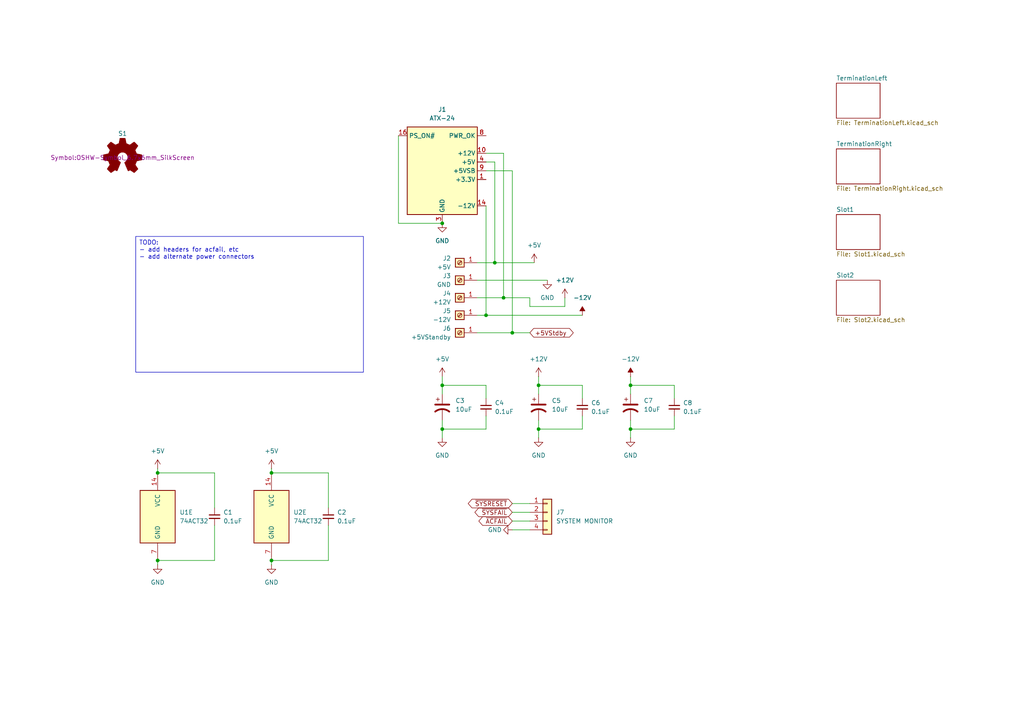
<source format=kicad_sch>
(kicad_sch (version 20231120) (generator "eeschema") (generator_version "8.0")
  (paper "A4")
  (title_block (title "6-Slot Backplane") (rev "1"))
  (lib_symbols
    (symbol "74xx:74LS32" (pin_names (offset 1.016))
      (property "Reference" "U" (at 0 1.27 0))
      (property "Value" "74LS32" (at 0 -1.27 0))
      (symbol "74LS32_1_1"
        (arc (start -3.81 -3.81) (mid -2.589 0) (end -3.81 3.81) (stroke (width 0.254)))
        (arc (start -0.6096 -3.81) (mid 2.1842 -2.5851) (end 3.81 0) (stroke (width 0.254)) (fill (type background)))
        (polyline (pts (xy -3.81 -3.81) (xy -0.635 -3.81)) (stroke (width 0.254)) (fill (type background)))
        (polyline (pts (xy -3.81 3.81) (xy -0.635 3.81)) (stroke (width 0.254)) (fill (type background)))
        (polyline (pts (xy -0.635 3.81) (xy -3.81 3.81) (xy -3.81 3.81) (xy -3.556 3.4036) (xy -3.0226 2.2606) (xy -2.6924 1.0414) (xy -2.6162 -0.254) (xy -2.7686 -1.4986) (xy -3.175 -2.7178) (xy -3.81 -3.81) (xy -3.81 -3.81) (xy -0.635 -3.81)) (stroke (width -25.4)) (fill (type background)))
        (arc (start 3.81 0) (mid 2.1915 2.5936) (end -0.6096 3.81) (stroke (width 0.254)) (fill (type background)))
        (pin input line (at -7.62 2.54 0) (length 4.318) (name "~") (number "1"))
        (pin input line (at -7.62 -2.54 0) (length 4.318) (name "~") (number "2"))
        (pin output line (at 7.62 0 180) (length 3.81) (name "~") (number "3"))
      )
      (symbol "74LS32_1_2"
        (arc (start 0 -3.81) (mid 3.7934 0) (end 0 3.81) (stroke (width 0.254)) (fill (type background)))
        (polyline (pts (xy 0 3.81) (xy -3.81 3.81) (xy -3.81 -3.81) (xy 0 -3.81)) (stroke (width 0.254)) (fill (type background)))
        (pin input inverted (at -7.62 2.54 0) (length 3.81) (name "~") (number "1"))
        (pin input inverted (at -7.62 -2.54 0) (length 3.81) (name "~") (number "2"))
        (pin output inverted (at 7.62 0 180) (length 3.81) (name "~") (number "3"))
      )
      (symbol "74LS32_2_1"
        (arc (start -3.81 -3.81) (mid -2.589 0) (end -3.81 3.81) (stroke (width 0.254)))
        (arc (start -0.6096 -3.81) (mid 2.1842 -2.5851) (end 3.81 0) (stroke (width 0.254)) (fill (type background)))
        (polyline (pts (xy -3.81 -3.81) (xy -0.635 -3.81)) (stroke (width 0.254)) (fill (type background)))
        (polyline (pts (xy -3.81 3.81) (xy -0.635 3.81)) (stroke (width 0.254)) (fill (type background)))
        (polyline (pts (xy -0.635 3.81) (xy -3.81 3.81) (xy -3.81 3.81) (xy -3.556 3.4036) (xy -3.0226 2.2606) (xy -2.6924 1.0414) (xy -2.6162 -0.254) (xy -2.7686 -1.4986) (xy -3.175 -2.7178) (xy -3.81 -3.81) (xy -3.81 -3.81) (xy -0.635 -3.81)) (stroke (width -25.4)) (fill (type background)))
        (arc (start 3.81 0) (mid 2.1915 2.5936) (end -0.6096 3.81) (stroke (width 0.254)) (fill (type background)))
        (pin input line (at -7.62 2.54 0) (length 4.318) (name "~") (number "4"))
        (pin input line (at -7.62 -2.54 0) (length 4.318) (name "~") (number "5"))
        (pin output line (at 7.62 0 180) (length 3.81) (name "~") (number "6"))
      )
      (symbol "74LS32_2_2"
        (arc (start 0 -3.81) (mid 3.7934 0) (end 0 3.81) (stroke (width 0.254)) (fill (type background)))
        (polyline (pts (xy 0 3.81) (xy -3.81 3.81) (xy -3.81 -3.81) (xy 0 -3.81)) (stroke (width 0.254)) (fill (type background)))
        (pin input inverted (at -7.62 2.54 0) (length 3.81) (name "~") (number "4"))
        (pin input inverted (at -7.62 -2.54 0) (length 3.81) (name "~") (number "5"))
        (pin output inverted (at 7.62 0 180) (length 3.81) (name "~") (number "6"))
      )
      (symbol "74LS32_3_1"
        (arc (start -3.81 -3.81) (mid -2.589 0) (end -3.81 3.81) (stroke (width 0.254)))
        (arc (start -0.6096 -3.81) (mid 2.1842 -2.5851) (end 3.81 0) (stroke (width 0.254)) (fill (type background)))
        (polyline (pts (xy -3.81 -3.81) (xy -0.635 -3.81)) (stroke (width 0.254)) (fill (type background)))
        (polyline (pts (xy -3.81 3.81) (xy -0.635 3.81)) (stroke (width 0.254)) (fill (type background)))
        (polyline (pts (xy -0.635 3.81) (xy -3.81 3.81) (xy -3.81 3.81) (xy -3.556 3.4036) (xy -3.0226 2.2606) (xy -2.6924 1.0414) (xy -2.6162 -0.254) (xy -2.7686 -1.4986) (xy -3.175 -2.7178) (xy -3.81 -3.81) (xy -3.81 -3.81) (xy -0.635 -3.81)) (stroke (width -25.4)) (fill (type background)))
        (arc (start 3.81 0) (mid 2.1915 2.5936) (end -0.6096 3.81) (stroke (width 0.254)) (fill (type background)))
        (pin input line (at -7.62 -2.54 0) (length 4.318) (name "~") (number "10"))
        (pin output line (at 7.62 0 180) (length 3.81) (name "~") (number "8"))
        (pin input line (at -7.62 2.54 0) (length 4.318) (name "~") (number "9"))
      )
      (symbol "74LS32_3_2"
        (arc (start 0 -3.81) (mid 3.7934 0) (end 0 3.81) (stroke (width 0.254)) (fill (type background)))
        (polyline (pts (xy 0 3.81) (xy -3.81 3.81) (xy -3.81 -3.81) (xy 0 -3.81)) (stroke (width 0.254)) (fill (type background)))
        (pin input inverted (at -7.62 -2.54 0) (length 3.81) (name "~") (number "10"))
        (pin output inverted (at 7.62 0 180) (length 3.81) (name "~") (number "8"))
        (pin input inverted (at -7.62 2.54 0) (length 3.81) (name "~") (number "9"))
      )
      (symbol "74LS32_4_1"
        (arc (start -3.81 -3.81) (mid -2.589 0) (end -3.81 3.81) (stroke (width 0.254)))
        (arc (start -0.6096 -3.81) (mid 2.1842 -2.5851) (end 3.81 0) (stroke (width 0.254)) (fill (type background)))
        (polyline (pts (xy -3.81 -3.81) (xy -0.635 -3.81)) (stroke (width 0.254)) (fill (type background)))
        (polyline (pts (xy -3.81 3.81) (xy -0.635 3.81)) (stroke (width 0.254)) (fill (type background)))
        (polyline (pts (xy -0.635 3.81) (xy -3.81 3.81) (xy -3.81 3.81) (xy -3.556 3.4036) (xy -3.0226 2.2606) (xy -2.6924 1.0414) (xy -2.6162 -0.254) (xy -2.7686 -1.4986) (xy -3.175 -2.7178) (xy -3.81 -3.81) (xy -3.81 -3.81) (xy -0.635 -3.81)) (stroke (width -25.4)) (fill (type background)))
        (arc (start 3.81 0) (mid 2.1915 2.5936) (end -0.6096 3.81) (stroke (width 0.254)) (fill (type background)))
        (pin output line (at 7.62 0 180) (length 3.81) (name "~") (number "11"))
        (pin input line (at -7.62 2.54 0) (length 4.318) (name "~") (number "12"))
        (pin input line (at -7.62 -2.54 0) (length 4.318) (name "~") (number "13"))
      )
      (symbol "74LS32_4_2"
        (arc (start 0 -3.81) (mid 3.7934 0) (end 0 3.81) (stroke (width 0.254)) (fill (type background)))
        (polyline (pts (xy 0 3.81) (xy -3.81 3.81) (xy -3.81 -3.81) (xy 0 -3.81)) (stroke (width 0.254)) (fill (type background)))
        (pin output inverted (at 7.62 0 180) (length 3.81) (name "~") (number "11"))
        (pin input inverted (at -7.62 2.54 0) (length 3.81) (name "~") (number "12"))
        (pin input inverted (at -7.62 -2.54 0) (length 3.81) (name "~") (number "13"))
      )
      (symbol "74LS32_5_0"
        (pin power_in line (at 0 12.7 270) (length 5.08) (name "VCC") (number "14"))
        (pin power_in line (at 0 -12.7 90) (length 5.08) (name "GND") (number "7"))
      )
      (symbol "74LS32_5_1"
        (rectangle (start -5.08 7.62) (end 5.08 -7.62) (stroke (width 0.254)) (fill (type background)))
      )
    )
    (symbol "Connector:ATX-24"
      (property "Reference" "J" (at -8.89 13.97 0))
      (property "Value" "ATX-24" (at 6.35 13.97 0))
      (symbol "ATX-24_0_1"
        (rectangle (start -10.16 12.7) (end 10.16 -12.7) (stroke (width 0.254)) (fill (type background)))
      )
      (symbol "ATX-24_1_1"
        (pin power_out line (at 12.7 -2.54 180) (length 2.54) (name "+3.3V") (number "1"))
        (pin power_out line (at 12.7 5.08 180) (length 2.54) (name "+12V") (number "10"))
        (pin passive line (at 12.7 5.08 180) (length 2.54) hide (name "+12V") (number "11"))
        (pin passive line (at 12.7 -2.54 180) (length 2.54) hide (name "+3.3V") (number "12"))
        (pin passive line (at 12.7 -2.54 180) (length 2.54) hide (name "+3.3V") (number "13"))
        (pin power_out line (at 12.7 -10.16 180) (length 2.54) (name "-12V") (number "14"))
        (pin passive line (at 0 -15.24 90) (length 2.54) hide (name "GND") (number "15"))
        (pin open_collector line (at -12.7 10.16 0) (length 2.54) (name "PS_ON#") (number "16"))
        (pin passive line (at 0 -15.24 90) (length 2.54) hide (name "GND") (number "17"))
        (pin passive line (at 0 -15.24 90) (length 2.54) hide (name "GND") (number "18"))
        (pin passive line (at 0 -15.24 90) (length 2.54) hide (name "GND") (number "19"))
        (pin passive line (at 12.7 -2.54 180) (length 2.54) hide (name "+3.3V") (number "2"))
        (pin no_connect line (at -10.16 0 0) (length 2.54) hide (name "NC") (number "20"))
        (pin passive line (at 12.7 2.54 180) (length 2.54) hide (name "+5V") (number "21"))
        (pin passive line (at 12.7 2.54 180) (length 2.54) hide (name "+5V") (number "22"))
        (pin passive line (at 12.7 2.54 180) (length 2.54) hide (name "+5V") (number "23"))
        (pin passive line (at 0 -15.24 90) (length 2.54) hide (name "GND") (number "24"))
        (pin power_out line (at 0 -15.24 90) (length 2.54) (name "GND") (number "3"))
        (pin power_out line (at 12.7 2.54 180) (length 2.54) (name "+5V") (number "4"))
        (pin passive line (at 0 -15.24 90) (length 2.54) hide (name "GND") (number "5"))
        (pin passive line (at 12.7 2.54 180) (length 2.54) hide (name "+5V") (number "6"))
        (pin passive line (at 0 -15.24 90) (length 2.54) hide (name "GND") (number "7"))
        (pin output line (at 12.7 10.16 180) (length 2.54) (name "PWR_OK") (number "8"))
        (pin power_out line (at 12.7 0 180) (length 2.54) (name "+5VSB") (number "9"))
      )
    )
    (symbol "Connector:Screw_Terminal_01x01" (pin_names (offset 1.016) hide)
      (property "Reference" "J" (at 0 2.54 0))
      (property "Value" "Screw_Terminal_01x01" (at 0 -2.54 0))
      (symbol "Screw_Terminal_01x01_1_1"
        (rectangle (start -1.27 1.27) (end 1.27 -1.27) (stroke (width 0.254)) (fill (type background)))
        (polyline (pts (xy -0.5334 0.3302) (xy 0.3302 -0.508)) (stroke (width 0.1524)))
        (polyline (pts (xy -0.3556 0.508) (xy 0.508 -0.3302)) (stroke (width 0.1524)))
        (circle (center 0 0) (radius 0.635) (stroke (width 0.1524)))
        (pin passive line (at -5.08 0 0) (length 3.81) (name "Pin_1") (number "1"))
      )
    )
    (symbol "Connector_Generic:Conn_01x04" (pin_names (offset 1.016) hide)
      (property "Reference" "J" (at 0 5.08 0))
      (property "Value" "Conn_01x04" (at 0 -7.62 0))
      (symbol "Conn_01x04_1_1"
        (rectangle (start -1.27 -4.953) (end 0 -5.207) (stroke (width 0.1524)))
        (rectangle (start -1.27 -2.413) (end 0 -2.667) (stroke (width 0.1524)))
        (rectangle (start -1.27 0.127) (end 0 -0.127) (stroke (width 0.1524)))
        (rectangle (start -1.27 2.667) (end 0 2.413) (stroke (width 0.1524)))
        (rectangle (start -1.27 3.81) (end 1.27 -6.35) (stroke (width 0.254)) (fill (type background)))
        (pin passive line (at -5.08 2.54 0) (length 3.81) (name "Pin_1") (number "1"))
        (pin passive line (at -5.08 0 0) (length 3.81) (name "Pin_2") (number "2"))
        (pin passive line (at -5.08 -2.54 0) (length 3.81) (name "Pin_3") (number "3"))
        (pin passive line (at -5.08 -5.08 0) (length 3.81) (name "Pin_4") (number "4"))
      )
    )
    (symbol "Device:C_Polarized_US" (pin_numbers hide) (pin_names (offset 0.254) hide)
      (property "Reference" "C" (at 0.635 2.54 0))
      (property "Value" "C_Polarized_US" (at 0.635 -2.54 0))
      (symbol "C_Polarized_US_0_1"
        (polyline (pts (xy -2.032 0.762) (xy 2.032 0.762)) (stroke (width 0.508)))
        (polyline (pts (xy -1.778 2.286) (xy -0.762 2.286)))
        (polyline (pts (xy -1.27 1.778) (xy -1.27 2.794)))
        (arc (start 2.032 -1.27) (mid 0 -0.5572) (end -2.032 -1.27) (stroke (width 0.508)))
      )
      (symbol "C_Polarized_US_1_1"
        (pin passive line (at 0 3.81 270) (length 2.794) (name "~") (number "1"))
        (pin passive line (at 0 -3.81 90) (length 3.302) (name "~") (number "2"))
      )
    )
    (symbol "Device:C_Small" (pin_numbers hide) (pin_names (offset 0.254) hide)
      (property "Reference" "C" (at 0.254 1.778 0))
      (property "Value" "C_Small" (at 0.254 -2.032 0))
      (symbol "C_Small_0_1"
        (polyline (pts (xy -1.524 -0.508) (xy 1.524 -0.508)) (stroke (width 0.3302)))
        (polyline (pts (xy -1.524 0.508) (xy 1.524 0.508)) (stroke (width 0.3048)))
      )
      (symbol "C_Small_1_1"
        (pin passive line (at 0 2.54 270) (length 2.032) (name "~") (number "1"))
        (pin passive line (at 0 -2.54 90) (length 2.032) (name "~") (number "2"))
      )
    )
    (symbol "Graphic:Logo_Open_Hardware_Small" (in_bom no) (on_board no)
      (symbol "Logo_Open_Hardware_Small_0_1"
        (polyline (pts (xy 3.3528 -4.3434) (xy 3.302 -4.318) (xy 3.175 -4.2418) (xy 2.9972 -4.1148) (xy 2.7686 -3.9624) (xy 2.54 -3.81) (xy 2.3622 -3.7084) (xy 2.2352 -3.6068) (xy 2.1844 -3.5814) (xy 2.159 -3.6068) (xy 2.0574 -3.6576) (xy 1.905 -3.7338) (xy 1.8034 -3.7846) (xy 1.6764 -3.8354) (xy 1.6002 -3.8354) (xy 1.6002 -3.8354) (xy 1.5494 -3.7338) (xy 1.4732 -3.5306) (xy 1.3462 -3.302) (xy 1.2446 -3.0226) (xy 1.1176 -2.7178) (xy 0.9652 -2.413) (xy 0.8636 -2.1082) (xy 0.7366 -1.8288) (xy 0.6604 -1.6256) (xy 0.6096 -1.4732) (xy 0.5842 -1.397) (xy 0.5842 -1.397) (xy 0.6604 -1.3208) (xy 0.7874 -1.2446) (xy 1.0414 -1.016) (xy 1.2954 -0.6858) (xy 1.4478 -0.3302) (xy 1.524 0.0762) (xy 1.4732 0.4572) (xy 1.3208 0.8128) (xy 1.0668 1.143) (xy 0.762 1.3716) (xy 0.4064 1.524) (xy 0 1.5748) (xy -0.381 1.5494) (xy -0.7366 1.397) (xy -1.0668 1.143) (xy -1.2192 0.9906) (xy -1.397 0.6604) (xy -1.524 0.3048) (xy -1.524 0.2286) (xy -1.4986 -0.1778) (xy -1.397 -0.5334) (xy -1.1938 -0.8636) (xy -0.9144 -1.143) (xy -0.8636 -1.1684) (xy -0.7366 -1.27) (xy -0.635 -1.3462) (xy -0.5842 -1.397) (xy -1.0668 -2.5908) (xy -1.143 -2.794) (xy -1.2954 -3.1242) (xy -1.397 -3.4036) (xy -1.4986 -3.6322) (xy -1.5748 -3.7846) (xy -1.6002 -3.8354) (xy -1.6002 -3.8354) (xy -1.651 -3.8354) (xy -1.7272 -3.81) (xy -1.905 -3.7338) (xy -2.0066 -3.683) (xy -2.1336 -3.6068) (xy -2.2098 -3.5814) (xy -2.2606 -3.6068) (xy -2.3622 -3.683) (xy -2.54 -3.81) (xy -2.7686 -3.9624) (xy -2.9718 -4.0894) (xy -3.1496 -4.2164) (xy -3.302 -4.318) (xy -3.3528 -4.3434) (xy -3.3782 -4.3434) (xy -3.429 -4.318) (xy -3.5306 -4.2164) (xy -3.7084 -4.064) (xy -3.937 -3.8354) (xy -3.9624 -3.81) (xy -4.1656 -3.6068) (xy -4.318 -3.4544) (xy -4.4196 -3.3274) (xy -4.445 -3.2766) (xy -4.445 -3.2766) (xy -4.4196 -3.2258) (xy -4.318 -3.0734) (xy -4.2164 -2.8956) (xy -4.064 -2.667) (xy -3.6576 -2.0828) (xy -3.8862 -1.5494) (xy -3.937 -1.3716) (xy -4.0386 -1.1684) (xy -4.0894 -1.0414) (xy -4.1148 -0.9652) (xy -4.191 -0.9398) (xy -4.318 -0.9144) (xy -4.5466 -0.8636) (xy -4.8006 -0.8128) (xy -5.0546 -0.7874) (xy -5.2578 -0.7366) (xy -5.4356 -0.7112) (xy -5.5118 -0.6858) (xy -5.5118 -0.6858) (xy -5.5372 -0.635) (xy -5.5372 -0.5588) (xy -5.5372 -0.4318) (xy -5.5626 -0.2286) (xy -5.5626 0.0762) (xy -5.5626 0.127) (xy -5.5372 0.4064) (xy -5.5372 0.635) (xy -5.5372 0.762) (xy -5.5372 0.8382) (xy -5.5372 0.8382) (xy -5.461 0.8382) (xy -5.3086 0.889) (xy -5.08 0.9144) (xy -4.826 0.9652) (xy -4.8006 0.9906) (xy -4.5466 1.0414) (xy -4.318 1.0668) (xy -4.1656 1.1176) (xy -4.0894 1.143) (xy -4.0894 1.143) (xy -4.0386 1.2446) (xy -3.9624 1.4224) (xy -3.8608 1.6256) (xy -3.7846 1.8288) (xy -3.7084 2.0066) (xy -3.6576 2.159) (xy -3.6322 2.2098) (xy -3.6322 2.2098) (xy -3.683 2.286) (xy -3.7592 2.413) (xy -3.8862 2.5908) (xy -4.064 2.8194) (xy -4.064 2.8448) (xy -4.2164 3.0734) (xy -4.3434 3.2512) (xy -4.4196 3.3782) (xy -4.445 3.4544) (xy -4.445 3.4544) (xy -4.3942 3.5052) (xy -4.2926 3.6322) (xy -4.1148 3.81) (xy -3.937 4.0132) (xy -3.8608 4.064) (xy -3.6576 4.2926) (xy -3.5052 4.4196) (xy -3.4036 4.4958) (xy -3.3528 4.5212) (xy -3.3528 4.5212) (xy -3.302 4.4704) (xy -3.1496 4.3688) (xy -2.9718 4.2418) (xy -2.7432 4.0894) (xy -2.7178 4.0894) (xy -2.4892 3.937) (xy -2.3114 3.81) (xy -2.1844 3.7084) (xy -2.1336 3.683) (xy -2.1082 3.683) (xy -2.032 3.7084) (xy -1.8542 3.7592) (xy -1.6764 3.8354) (xy -1.4732 3.937) (xy -1.27 4.0132) (xy -1.143 4.064) (xy -1.0668 4.1148) (xy -1.0668 4.1148) (xy -1.0414 4.191) (xy -1.016 4.3434) (xy -0.9652 4.572) (xy -0.9144 4.8514) (xy -0.889 4.9022) (xy -0.8382 5.1562) (xy -0.8128 5.3848) (xy -0.7874 5.5372) (xy -0.762 5.588) (xy -0.7112 5.6134) (xy -0.5842 5.6134) (xy -0.4064 5.6134) (xy -0.1524 5.6134) (xy 0.0762 5.6134) (xy 0.3302 5.6134) (xy 0.5334 5.6134) (xy 0.6858 5.588) (xy 0.7366 5.588) (xy 0.7366 5.588) (xy 0.762 5.5118) (xy 0.8128 5.334) (xy 0.8382 5.1054) (xy 0.9144 4.826) (xy 0.9144 4.7752) (xy 0.9652 4.5212) (xy 1.016 4.2926) (xy 1.0414 4.1402) (xy 1.0668 4.0894) (xy 1.0668 4.0894) (xy 1.1938 4.0386) (xy 1.3716 3.9624) (xy 1.5748 3.8608) (xy 2.0828 3.6576) (xy 2.7178 4.0894) (xy 2.7686 4.1402) (xy 2.9972 4.2926) (xy 3.175 4.4196) (xy 3.302 4.4958) (xy 3.3782 4.5212) (xy 3.3782 4.5212) (xy 3.429 4.4704) (xy 3.556 4.3434) (xy 3.7338 4.191) (xy 3.9116 3.9878) (xy 4.064 3.8354) (xy 4.2418 3.6576) (xy 4.3434 3.556) (xy 4.4196 3.4798) (xy 4.4196 3.429) (xy 4.4196 3.4036) (xy 4.3942 3.3274) (xy 4.2926 3.2004) (xy 4.1656 2.9972) (xy 4.0132 2.794) (xy 3.8862 2.5908) (xy 3.7592 2.3876) (xy 3.6576 2.2352) (xy 3.6322 2.159) (xy 3.6322 2.1336) (xy 3.683 2.0066) (xy 3.7592 1.8288) (xy 3.8608 1.6002) (xy 4.064 1.1176) (xy 4.3942 1.0414) (xy 4.5974 1.016) (xy 4.8768 0.9652) (xy 5.1308 0.9144) (xy 5.5372 0.8382) (xy 5.5626 -0.6604) (xy 5.4864 -0.6858) (xy 5.4356 -0.6858) (xy 5.2832 -0.7366) (xy 5.0546 -0.762) (xy 4.8006 -0.8128) (xy 4.5974 -0.8636) (xy 4.3688 -0.9144) (xy 4.2164 -0.9398) (xy 4.1402 -0.9398) (xy 4.1148 -0.9652) (xy 4.064 -1.0668) (xy 3.9878 -1.2446) (xy 3.9116 -1.4478) (xy 3.81 -1.651) (xy 3.7338 -1.8542) (xy 3.683 -2.0066) (xy 3.6576 -2.0828) (xy 3.683 -2.1336) (xy 3.7846 -2.2606) (xy 3.8862 -2.4638) (xy 4.0386 -2.667) (xy 4.191 -2.8956) (xy 4.318 -3.0734) (xy 4.3942 -3.2004) (xy 4.445 -3.2766) (xy 4.4196 -3.3274) (xy 4.3434 -3.429) (xy 4.1656 -3.5814) (xy 3.937 -3.8354) (xy 3.8862 -3.8608) (xy 3.683 -4.064) (xy 3.5306 -4.2164) (xy 3.4036 -4.318) (xy 3.3528 -4.3434)) (fill (type outline)))
      )
    )
    (symbol "power:+12V" (power) (pin_numbers hide) (pin_names (offset 0) hide)
      (property "Value" "+12V" (at 0 3.556 0))
      (symbol "+12V_0_1"
        (polyline (pts (xy -0.762 1.27) (xy 0 2.54)))
        (polyline (pts (xy 0 0) (xy 0 2.54)))
        (polyline (pts (xy 0 2.54) (xy 0.762 1.27)))
      )
      (symbol "+12V_1_1"
        (pin power_in line (at 0 0 90) (length 0) (name "~") (number "1"))
      )
    )
    (symbol "power:+5V" (power) (pin_numbers hide) (pin_names (offset 0) hide)
      (property "Value" "+5V" (at 0 3.556 0))
      (symbol "+5V_0_1"
        (polyline (pts (xy -0.762 1.27) (xy 0 2.54)))
        (polyline (pts (xy 0 0) (xy 0 2.54)))
        (polyline (pts (xy 0 2.54) (xy 0.762 1.27)))
      )
      (symbol "+5V_1_1"
        (pin power_in line (at 0 0 90) (length 0) (name "~") (number "1"))
      )
    )
    (symbol "power:-12V" (power) (pin_numbers hide) (pin_names (offset 0) hide)
      (property "Value" "-12V" (at 0 3.556 0))
      (symbol "-12V_0_0"
        (pin power_in line (at 0 0 90) (length 0) (name "~") (number "1"))
      )
      (symbol "-12V_0_1"
        (polyline (pts (xy 0 0) (xy 0 1.27) (xy 0.762 1.27) (xy 0 2.54) (xy -0.762 1.27) (xy 0 1.27)) (fill (type outline)))
      )
    )
    (symbol "power:GND" (power) (pin_numbers hide) (pin_names (offset 0) hide)
      (property "Value" "GND" (at 0 -3.81 0))
      (symbol "GND_0_1"
        (polyline (pts (xy 0 0) (xy 0 -1.27) (xy 1.27 -1.27) (xy 0 -2.54) (xy -1.27 -1.27) (xy 0 -1.27)))
      )
      (symbol "GND_1_1"
        (pin power_in line (at 0 0 270) (length 0) (name "~") (number "1"))
      )
    )
  )
  (junction (at 128.27 64.77))
  (junction (at 143.51 76.2))
  (junction (at 148.59 96.52))
  (junction (at 45.72 137.16))
  (junction (at 78.74 162.56))
  (junction (at 182.88 111.76))
  (junction (at 45.72 162.56))
  (junction (at 128.27 124.46))
  (junction (at 78.74 137.16))
  (junction (at 146.05 86.36))
  (junction (at 182.88 124.46))
  (junction (at 140.97 91.44))
  (junction (at 156.21 124.46))
  (junction (at 156.21 111.76))
  (junction (at 128.27 111.76))
  (wire (pts (xy 146.05 86.36) (xy 153.67 86.36)))
  (wire (pts (xy 195.58 111.76) (xy 182.88 111.76)))
  (wire (pts (xy 45.72 135.89) (xy 45.72 137.16)))
  (wire (pts (xy 140.97 91.44) (xy 168.91 91.44)))
  (wire (pts (xy 182.88 109.22) (xy 182.88 111.76)))
  (wire (pts (xy 148.59 49.53) (xy 140.97 49.53)))
  (wire (pts (xy 156.21 121.92) (xy 156.21 124.46)))
  (wire (pts (xy 78.74 137.16) (xy 95.25 137.16)))
  (wire (pts (xy 156.21 109.22) (xy 156.21 111.76)))
  (wire (pts (xy 168.91 115.57) (xy 168.91 111.76)))
  (wire (pts (xy 115.57 39.37) (xy 115.57 64.77)))
  (wire (pts (xy 168.91 111.76) (xy 156.21 111.76)))
  (wire (pts (xy 62.23 162.56) (xy 45.72 162.56)))
  (wire (pts (xy 182.88 121.92) (xy 182.88 124.46)))
  (wire (pts (xy 138.43 96.52) (xy 148.59 96.52)))
  (wire (pts (xy 95.25 152.4) (xy 95.25 162.56)))
  (wire (pts (xy 115.57 64.77) (xy 128.27 64.77)))
  (wire (pts (xy 128.27 121.92) (xy 128.27 124.46)))
  (wire (pts (xy 138.43 81.28) (xy 158.75 81.28)))
  (wire (pts (xy 182.88 111.76) (xy 182.88 114.3)))
  (wire (pts (xy 143.51 76.2) (xy 143.51 46.99)))
  (wire (pts (xy 148.59 148.59) (xy 153.67 148.59)))
  (wire (pts (xy 140.97 111.76) (xy 128.27 111.76)))
  (wire (pts (xy 195.58 115.57) (xy 195.58 111.76)))
  (wire (pts (xy 62.23 152.4) (xy 62.23 162.56)))
  (wire (pts (xy 62.23 147.32) (xy 62.23 137.16)))
  (wire (pts (xy 128.27 111.76) (xy 128.27 114.3)))
  (wire (pts (xy 78.74 135.89) (xy 78.74 137.16)))
  (wire (pts (xy 143.51 46.99) (xy 140.97 46.99)))
  (wire (pts (xy 146.05 44.45) (xy 140.97 44.45)))
  (wire (pts (xy 156.21 124.46) (xy 156.21 127)))
  (wire (pts (xy 195.58 120.65) (xy 195.58 124.46)))
  (wire (pts (xy 140.97 91.44) (xy 138.43 91.44)))
  (wire (pts (xy 182.88 124.46) (xy 182.88 127)))
  (wire (pts (xy 45.72 137.16) (xy 62.23 137.16)))
  (wire (pts (xy 140.97 59.69) (xy 140.97 91.44)))
  (wire (pts (xy 140.97 120.65) (xy 140.97 124.46)))
  (wire (pts (xy 195.58 124.46) (xy 182.88 124.46)))
  (wire (pts (xy 146.05 86.36) (xy 146.05 44.45)))
  (wire (pts (xy 95.25 162.56) (xy 78.74 162.56)))
  (wire (pts (xy 78.74 163.83) (xy 78.74 162.56)))
  (wire (pts (xy 128.27 124.46) (xy 128.27 127)))
  (wire (pts (xy 148.59 146.05) (xy 153.67 146.05)))
  (wire (pts (xy 143.51 76.2) (xy 138.43 76.2)))
  (wire (pts (xy 148.59 96.52) (xy 153.67 96.52)))
  (wire (pts (xy 140.97 124.46) (xy 128.27 124.46)))
  (wire (pts (xy 168.91 120.65) (xy 168.91 124.46)))
  (wire (pts (xy 168.91 124.46) (xy 156.21 124.46)))
  (wire (pts (xy 45.72 163.83) (xy 45.72 162.56)))
  (wire (pts (xy 140.97 115.57) (xy 140.97 111.76)))
  (wire (pts (xy 148.59 96.52) (xy 148.59 49.53)))
  (wire (pts (xy 146.05 86.36) (xy 138.43 86.36)))
  (wire (pts (xy 148.59 153.67) (xy 153.67 153.67)))
  (wire (pts (xy 95.25 147.32) (xy 95.25 137.16)))
  (wire (pts (xy 148.59 151.13) (xy 153.67 151.13)))
  (wire (pts (xy 163.83 88.9) (xy 163.83 86.36)))
  (wire (pts (xy 153.67 88.9) (xy 153.67 86.36)))
  (wire (pts (xy 163.83 88.9) (xy 153.67 88.9)))
  (wire (pts (xy 128.27 109.22) (xy 128.27 111.76)))
  (wire (pts (xy 156.21 111.76) (xy 156.21 114.3)))
  (wire (pts (xy 143.51 76.2) (xy 154.94 76.2)))
  (text_box "TODO:\n- add headers for acfail, etc\n- add alternate power connectors" (at 39.37 68.58 0) (size 66.04 39.37) (effects (font (size 1.27 1.27)) (justify left top)))
  (global_label "~{SYSRESET}" (shape bidirectional) (at 148.59 146.05 180) (property "Intersheetrefs" "${INTERSHEET_REFS}" (effects (hide yes))))
  (global_label "+5VStdby" (shape bidirectional) (at 153.67 96.52 0) (property "Intersheetrefs" "${INTERSHEET_REFS}" (effects (hide yes))))
  (global_label "~{SYSFAIL}" (shape bidirectional) (at 148.59 148.59 180) (property "Intersheetrefs" "${INTERSHEET_REFS}" (effects (hide yes))))
  (global_label "~{ACFAIL}" (shape bidirectional) (at 148.59 151.13 180) (property "Intersheetrefs" "${INTERSHEET_REFS}" (effects (hide yes))))
  (symbol (lib_id "Connector:ATX-24") (at 128.27 49.53 0) (unit 1)
    (property "Reference" "J1" (at 128.27 31.75 0))
    (property "Value" "ATX-24" (at 128.27 34.29 0))
    (property "Datasheet" "https://www.intel.com/content/dam/www/public/us/en/documents/guides/power-supply-design-guide-june.pdf#page=33" (effects (hide yes)))
    (property "Description" "ATX Power supply 24pins" (effects (hide yes)))
  )
  (symbol (lib_id "power:-12V") (at 168.91 91.44 0) (mirror y) (unit 1)
    (property "Reference" "#PWR014" (effects (hide yes)))
    (property "Value" "-12V" (at 168.91 86.36 0))
    (property "Description" "Power symbol creates a global label with name \"-12V\"" (effects (hide yes)))
  )
  (symbol (lib_id "Connector:Screw_Terminal_01x01") (at 133.35 81.28 0) (mirror y) (unit 1)
    (property "Reference" "J3" (at 130.81 80.0099 0) (effects (justify left)))
    (property "Value" "GND" (at 130.81 82.5499 0) (effects (justify left)))
    (property "Description" "Generic screw terminal, single row, 01x01, script generated (kicad-library-utils/schlib/autogen/connector/)" (effects (hide yes)))
  )
  (symbol (lib_id "power:GND") (at 45.72 163.83 0) (unit 1)
    (property "Reference" "#PWR02" (effects (hide yes)))
    (property "Value" "GND" (at 45.72 168.91 0))
  )
  (symbol (lib_id "power:+5V") (at 78.74 135.89 0) (unit 1)
    (property "Reference" "#PWR03" (effects (hide yes)))
    (property "Value" "+5V" (at 78.74 130.81 0))
    (property "Description" "Power symbol creates a global label with name \"+5V\"" (effects (hide yes)))
  )
  (symbol (lib_id "Device:C_Small") (at 95.25 149.86 0) (unit 1)
    (property "Reference" "C2" (at 97.79 148.5962 0) (effects (justify left)))
    (property "Value" "0.1uF" (at 97.79 151.1362 0) (effects (justify left)))
    (property "Description" "Unpolarized capacitor, small symbol" (effects (hide yes)))
  )
  (symbol (lib_id "power:GND") (at 158.75 81.28 0) (mirror y) (unit 1)
    (property "Reference" "#PWR012" (effects (hide yes)))
    (property "Value" "GND" (at 158.75 86.36 0))
    (property "Description" "Power symbol creates a global label with name \"GND\" , ground" (effects (hide yes)))
  )
  (symbol (lib_id "Connector:Screw_Terminal_01x01") (at 133.35 91.44 0) (mirror y) (unit 1)
    (property "Reference" "J5" (at 130.81 90.1699 0) (effects (justify left)))
    (property "Value" "-12V" (at 130.81 92.7099 0) (effects (justify left)))
    (property "Description" "Generic screw terminal, single row, 01x01, script generated (kicad-library-utils/schlib/autogen/connector/)" (effects (hide yes)))
  )
  (symbol (lib_id "Connector:Screw_Terminal_01x01") (at 133.35 96.52 0) (mirror y) (unit 1)
    (property "Reference" "J6" (at 130.81 95.2499 0) (effects (justify left)))
    (property "Value" "+5VStandby" (at 130.81 97.7899 0) (effects (justify left)))
    (property "Description" "Generic screw terminal, single row, 01x01, script generated (kicad-library-utils/schlib/autogen/connector/)" (effects (hide yes)))
  )
  (symbol (lib_id "power:GND") (at 128.27 64.77 0) (mirror y) (unit 1)
    (property "Reference" "#PWR05" (effects (hide yes)))
    (property "Value" "GND" (at 128.27 69.85 0))
    (property "Description" "Power symbol creates a global label with name \"GND\" , ground" (effects (hide yes)))
  )
  (symbol (lib_id "power:+5V") (at 128.27 109.22 0) (unit 1)
    (property "Reference" "#PWR06" (effects (hide yes)))
    (property "Value" "+5V" (at 128.27 104.14 0))
    (property "Description" "Power symbol creates a global label with name \"+5V\"" (effects (hide yes)))
  )
  (symbol (lib_id "Connector:Screw_Terminal_01x01") (at 133.35 86.36 0) (mirror y) (unit 1)
    (property "Reference" "J4" (at 130.81 85.0899 0) (effects (justify left)))
    (property "Value" "+12V" (at 130.81 87.6299 0) (effects (justify left)))
    (property "Description" "Generic screw terminal, single row, 01x01, script generated (kicad-library-utils/schlib/autogen/connector/)" (effects (hide yes)))
  )
  (symbol (lib_id "Connector:Screw_Terminal_01x01") (at 133.35 76.2 0) (mirror y) (unit 1)
    (property "Reference" "J2" (at 130.81 74.9299 0) (effects (justify left)))
    (property "Value" "+5V" (at 130.81 77.4699 0) (effects (justify left)))
    (property "Description" "Generic screw terminal, single row, 01x01, script generated (kicad-library-utils/schlib/autogen/connector/)" (effects (hide yes)))
  )
  (symbol (lib_id "74xx:74LS32") (at 45.72 149.86 0) (unit 5)
    (property "Reference" "U1" (at 52.07 148.5899 0) (effects (justify left)))
    (property "Value" "74ACT32" (at 52.07 151.1299 0) (effects (justify left)))
    (property "Datasheet" "http://www.ti.com/lit/gpn/sn74LS32" (effects (hide yes)))
    (property "Description" "Quad 2-input OR" (effects (hide yes)))
  )
  (symbol (lib_id "power:GND") (at 78.74 163.83 0) (unit 1)
    (property "Reference" "#PWR04" (effects (hide yes)))
    (property "Value" "GND" (at 78.74 168.91 0))
  )
  (symbol (lib_id "Device:C_Small") (at 140.97 118.11 0) (unit 1)
    (property "Reference" "C4" (at 143.51 116.8462 0) (effects (justify left)))
    (property "Value" "0.1uF" (at 143.51 119.3862 0) (effects (justify left)))
    (property "Description" "Unpolarized capacitor, small symbol" (effects (hide yes)))
  )
  (symbol (lib_id "power:GND") (at 182.88 127 0) (unit 1)
    (property "Reference" "#PWR016" (effects (hide yes)))
    (property "Value" "GND" (at 182.88 132.08 0))
    (property "Description" "Power symbol creates a global label with name \"GND\" , ground" (effects (hide yes)))
  )
  (symbol (lib_id "power:+5V") (at 45.72 135.89 0) (unit 1)
    (property "Reference" "#PWR01" (effects (hide yes)))
    (property "Value" "+5V" (at 45.72 130.81 0))
    (property "Description" "Power symbol creates a global label with name \"+5V\"" (effects (hide yes)))
  )
  (symbol (lib_id "power:GND") (at 148.59 153.67 270) (unit 1)
    (property "Reference" "#PWR08" (effects (hide yes)))
    (property "Value" "GND" (at 143.51 153.67 90))
  )
  (symbol (lib_id "Device:C_Polarized_US") (at 182.88 118.11 0) (unit 1)
    (property "Reference" "C7" (at 186.69 116.2049 0) (effects (justify left)))
    (property "Value" "10uF" (at 186.69 118.7449 0) (effects (justify left)))
    (property "Description" "Polarized capacitor, US symbol" (effects (hide yes)))
  )
  (symbol (lib_id "Device:C_Small") (at 62.23 149.86 0) (unit 1)
    (property "Reference" "C1" (at 64.77 148.5962 0) (effects (justify left)))
    (property "Value" "0.1uF" (at 64.77 151.1362 0) (effects (justify left)))
    (property "Description" "Unpolarized capacitor, small symbol" (effects (hide yes)))
  )
  (symbol (lib_id "power:-12V") (at 182.88 109.22 0) (unit 1)
    (property "Reference" "#PWR015" (effects (hide yes)))
    (property "Value" "-12V" (at 182.88 104.14 0))
    (property "Description" "Power symbol creates a global label with name \"-12V\"" (effects (hide yes)))
  )
  (symbol (lib_id "power:GND") (at 156.21 127 0) (unit 1)
    (property "Reference" "#PWR011" (effects (hide yes)))
    (property "Value" "GND" (at 156.21 132.08 0))
    (property "Description" "Power symbol creates a global label with name \"GND\" , ground" (effects (hide yes)))
  )
  (symbol (lib_id "Connector_Generic:Conn_01x04") (at 158.75 148.59 0) (unit 1)
    (property "Reference" "J7" (at 161.29 148.5899 0) (effects (justify left)))
    (property "Value" "SYSTEM MONITOR" (at 161.29 151.1299 0) (effects (justify left)))
    (property "Description" "Generic connector, single row, 01x04, script generated (kicad-library-utils/schlib/autogen/connector/)" (effects (hide yes)))
  )
  (symbol (lib_id "power:+12V") (at 156.21 109.22 0) (unit 1)
    (property "Reference" "#PWR010" (effects (hide yes)))
    (property "Value" "+12V" (at 156.21 104.14 0))
    (property "Description" "Power symbol creates a global label with name \"+12V\"" (effects (hide yes)))
  )
  (symbol (lib_id "Device:C_Polarized_US") (at 156.21 118.11 0) (unit 1)
    (property "Reference" "C5" (at 160.02 116.2049 0) (effects (justify left)))
    (property "Value" "10uF" (at 160.02 118.7449 0) (effects (justify left)))
    (property "Description" "Polarized capacitor, US symbol" (effects (hide yes)))
  )
  (symbol (lib_id "Device:C_Small") (at 195.58 118.11 0) (unit 1)
    (property "Reference" "C8" (at 198.12 116.8462 0) (effects (justify left)))
    (property "Value" "0.1uF" (at 198.12 119.3862 0) (effects (justify left)))
    (property "Description" "Unpolarized capacitor, small symbol" (effects (hide yes)))
  )
  (symbol (lib_id "Device:C_Small") (at 168.91 118.11 0) (unit 1)
    (property "Reference" "C6" (at 171.45 116.8462 0) (effects (justify left)))
    (property "Value" "0.1uF" (at 171.45 119.3862 0) (effects (justify left)))
    (property "Description" "Unpolarized capacitor, small symbol" (effects (hide yes)))
  )
  (symbol (lib_id "power:+5V") (at 154.94 76.2 0) (mirror y) (unit 1)
    (property "Reference" "#PWR09" (effects (hide yes)))
    (property "Value" "+5V" (at 154.94 71.12 0))
    (property "Description" "Power symbol creates a global label with name \"+5V\"" (effects (hide yes)))
  )
  (symbol (lib_id "Device:C_Polarized_US") (at 128.27 118.11 0) (unit 1)
    (property "Reference" "C3" (at 132.08 116.2049 0) (effects (justify left)))
    (property "Value" "10uF" (at 132.08 118.7449 0) (effects (justify left)))
    (property "Description" "Polarized capacitor, US symbol" (effects (hide yes)))
  )
  (symbol (lib_id "74xx:74LS32") (at 78.74 149.86 0) (unit 5)
    (property "Reference" "U2" (at 85.09 148.5899 0) (effects (justify left)))
    (property "Value" "74ACT32" (at 85.09 151.1299 0) (effects (justify left)))
    (property "Datasheet" "http://www.ti.com/lit/gpn/sn74LS32" (effects (hide yes)))
    (property "Description" "Quad 2-input OR" (effects (hide yes)))
  )
  (symbol (lib_id "Graphic:Logo_Open_Hardware_Small") (at 35.56 45.72 0) (unit 1) (exclude_from_sim yes)
    (property "Reference" "S1" (at 35.56 38.735 0))
    (property "Value" "Logo_Open_Hardware_Small" (effects (hide yes)))
    (property "Footprint" "Symbol:OSHW-Symbol_6.7x6mm_SilkScreen" (at 35.56 45.72 0))
  )
  (symbol (lib_id "power:+12V") (at 163.83 86.36 0) (mirror y) (unit 1)
    (property "Reference" "#PWR013" (effects (hide yes)))
    (property "Value" "+12V" (at 163.83 81.28 0))
    (property "Description" "Power symbol creates a global label with name \"+12V\"" (effects (hide yes)))
  )
  (symbol (lib_id "power:GND") (at 128.27 127 0) (unit 1)
    (property "Reference" "#PWR07" (effects (hide yes)))
    (property "Value" "GND" (at 128.27 132.08 0))
    (property "Description" "Power symbol creates a global label with name \"GND\" , ground" (effects (hide yes)))
  )
  (sheet (at 242.57 24.13) (size 12.7 10.16) (stroke (width 0.1524))
    (property "Sheetname" "TerminationLeft" (at 242.57 23.4184 0) (effects (justify left bottom)))
    (property "Sheetfile" "TerminationLeft.kicad_sch" (at 242.57 34.8746 0) (effects (justify left top)))
  )
  (sheet (at 242.57 62.23) (size 12.7 10.16) (stroke (width 0.1524))
    (property "Sheetname" "Slot1" (at 242.57 61.5184 0) (effects (justify left bottom)))
    (property "Sheetfile" "Slot1.kicad_sch" (at 242.57 72.9746 0) (effects (justify left top)))
  )
  (sheet (at 242.57 43.18) (size 12.7 10.16) (stroke (width 0.1524))
    (property "Sheetname" "TerminationRight" (at 242.57 42.4684 0) (effects (justify left bottom)))
    (property "Sheetfile" "TerminationRight.kicad_sch" (at 242.57 53.9246 0) (effects (justify left top)))
  )
  (sheet (at 242.57 81.28) (size 12.7 10.16) (stroke (width 0.1524))
    (property "Sheetname" "Slot2" (at 242.57 80.5684 0) (effects (justify left bottom)))
    (property "Sheetfile" "Slot2.kicad_sch" (at 242.57 92.0246 0) (effects (justify left top)))
  )
)
</source>
